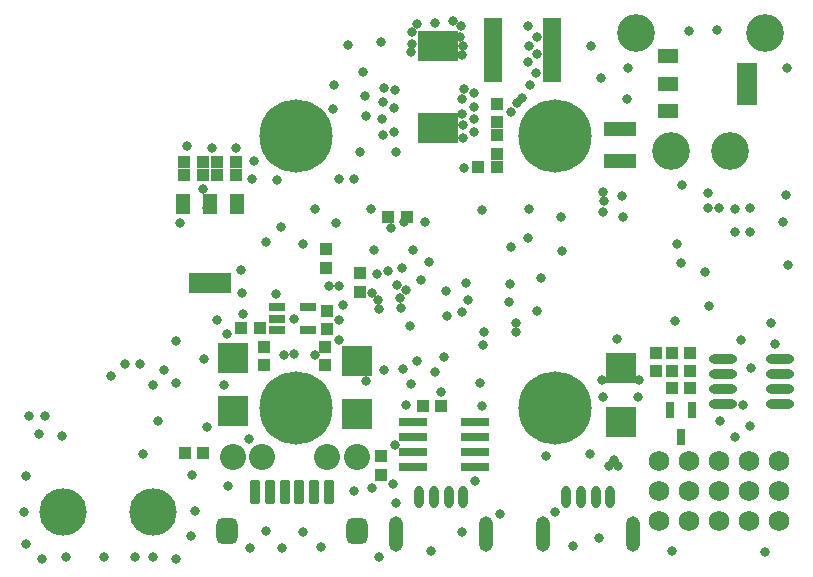
<source format=gbs>
G04*
G04 #@! TF.GenerationSoftware,Altium Limited,Altium Designer,18.0.12 (696)*
G04*
G04 Layer_Color=16711935*
%FSLAX25Y25*%
%MOIN*%
G70*
G01*
G75*
%ADD19R,0.04202X0.03898*%
%ADD21R,0.03898X0.04202*%
%ADD22R,0.06312X0.21272*%
%ADD29R,0.05131X0.06902*%
%ADD30R,0.05131X0.06902*%
%ADD31R,0.14383X0.06902*%
%ADD32R,0.09461X0.03162*%
G04:AMPARAMS|DCode=33|XSize=118.24mil|YSize=47.37mil|CornerRadius=23.68mil|HoleSize=0mil|Usage=FLASHONLY|Rotation=90.000|XOffset=0mil|YOffset=0mil|HoleType=Round|Shape=RoundedRectangle|*
%AMROUNDEDRECTD33*
21,1,0.11824,0.00000,0,0,90.0*
21,1,0.07087,0.04737,0,0,90.0*
1,1,0.04737,0.00000,0.03544*
1,1,0.04737,0.00000,-0.03544*
1,1,0.04737,0.00000,-0.03544*
1,1,0.04737,0.00000,0.03544*
%
%ADD33ROUNDEDRECTD33*%
G04:AMPARAMS|DCode=34|XSize=31.62mil|YSize=74.93mil|CornerRadius=15.81mil|HoleSize=0mil|Usage=FLASHONLY|Rotation=0.000|XOffset=0mil|YOffset=0mil|HoleType=Round|Shape=RoundedRectangle|*
%AMROUNDEDRECTD34*
21,1,0.03162,0.04331,0,0,0.0*
21,1,0.00000,0.07493,0,0,0.0*
1,1,0.03162,0.00000,-0.02166*
1,1,0.03162,0.00000,-0.02166*
1,1,0.03162,0.00000,0.02166*
1,1,0.03162,0.00000,0.02166*
%
%ADD34ROUNDEDRECTD34*%
%ADD39C,0.06800*%
%ADD41C,0.12600*%
%ADD42C,0.08674*%
%ADD43C,0.15800*%
%ADD44C,0.24400*%
%ADD45C,0.03162*%
%ADD111R,0.05524X0.02965*%
G04:AMPARAMS|DCode=112|XSize=35.56mil|YSize=78.87mil|CornerRadius=8.13mil|HoleSize=0mil|Usage=FLASHONLY|Rotation=180.000|XOffset=0mil|YOffset=0mil|HoleType=Round|Shape=RoundedRectangle|*
%AMROUNDEDRECTD112*
21,1,0.03556,0.06260,0,0,180.0*
21,1,0.01929,0.07887,0,0,180.0*
1,1,0.01627,-0.00965,0.03130*
1,1,0.01627,0.00965,0.03130*
1,1,0.01627,0.00965,-0.03130*
1,1,0.01627,-0.00965,-0.03130*
%
%ADD112ROUNDEDRECTD112*%
G04:AMPARAMS|DCode=113|XSize=70.99mil|YSize=86.74mil|CornerRadius=19.75mil|HoleSize=0mil|Usage=FLASHONLY|Rotation=0.000|XOffset=0mil|YOffset=0mil|HoleType=Round|Shape=RoundedRectangle|*
%AMROUNDEDRECTD113*
21,1,0.07099,0.04724,0,0,0.0*
21,1,0.03150,0.08674,0,0,0.0*
1,1,0.03950,0.01575,-0.02362*
1,1,0.03950,-0.01575,-0.02362*
1,1,0.03950,-0.01575,0.02362*
1,1,0.03950,0.01575,0.02362*
%
%ADD113ROUNDEDRECTD113*%
%ADD114O,0.09461X0.03162*%
%ADD115R,0.09855X0.09855*%
%ADD116R,0.13792X0.10249*%
%ADD117R,0.11036X0.05131*%
%ADD118R,0.06902X0.05131*%
%ADD119R,0.06902X0.05131*%
%ADD120R,0.06902X0.14383*%
%ADD121R,0.03162X0.05328*%
D19*
X934000Y223949D02*
D03*
Y230051D02*
D03*
X823800Y226049D02*
D03*
Y232151D02*
D03*
X803500Y225949D02*
D03*
Y232051D02*
D03*
X881000Y302551D02*
D03*
X881000Y296449D02*
D03*
X881000Y313051D02*
D03*
X881000Y306949D02*
D03*
X824500Y237949D02*
D03*
Y244051D02*
D03*
X835500Y250449D02*
D03*
Y256551D02*
D03*
X824000Y264551D02*
D03*
Y258449D02*
D03*
X842500Y195551D02*
D03*
Y189449D02*
D03*
D21*
X939449Y230000D02*
D03*
X945551D02*
D03*
Y224000D02*
D03*
X939449D02*
D03*
Y218500D02*
D03*
X945551D02*
D03*
X787949Y289213D02*
D03*
X794051D02*
D03*
X776949Y289213D02*
D03*
X783051Y289213D02*
D03*
X776949Y293713D02*
D03*
X783051D02*
D03*
X787949Y293713D02*
D03*
X794051D02*
D03*
X874949Y292000D02*
D03*
X881051Y292000D02*
D03*
X856449Y212500D02*
D03*
X862551Y212500D02*
D03*
X777149Y196700D02*
D03*
X783251Y196700D02*
D03*
X795949Y238500D02*
D03*
X802051D02*
D03*
X844949Y275500D02*
D03*
X851051D02*
D03*
D22*
X879657Y331000D02*
D03*
X899343D02*
D03*
D29*
X776445Y279787D02*
D03*
D30*
X794555Y279787D02*
D03*
X785500Y279787D02*
D03*
D31*
X785500Y253213D02*
D03*
D32*
X873736Y207000D02*
D03*
Y202000D02*
D03*
X873736Y192000D02*
D03*
X853264Y207000D02*
D03*
Y202000D02*
D03*
Y192000D02*
D03*
X873736Y197000D02*
D03*
X853264D02*
D03*
D33*
X926559Y169752D02*
D03*
X896441D02*
D03*
X877559D02*
D03*
X847441D02*
D03*
D34*
X918882Y181957D02*
D03*
X913961D02*
D03*
X909039D02*
D03*
X904118D02*
D03*
X869882D02*
D03*
X864961D02*
D03*
X860039D02*
D03*
X855118D02*
D03*
D39*
X935000Y174000D02*
D03*
Y184000D02*
D03*
Y194000D02*
D03*
X955000Y174000D02*
D03*
Y184000D02*
D03*
Y194000D02*
D03*
X965000Y174000D02*
D03*
Y184000D02*
D03*
Y194000D02*
D03*
X975000Y174000D02*
D03*
Y184000D02*
D03*
Y194000D02*
D03*
X945000Y174000D02*
D03*
Y184000D02*
D03*
Y194000D02*
D03*
D41*
X970600Y336800D02*
D03*
X927400D02*
D03*
X958800Y297500D02*
D03*
X939200D02*
D03*
D42*
X824500Y195500D02*
D03*
X834343Y195500D02*
D03*
X793000Y195500D02*
D03*
X802843D02*
D03*
D43*
X736500Y177000D02*
D03*
X766500D02*
D03*
D44*
X900593Y211652D02*
D03*
Y302203D02*
D03*
X813979D02*
D03*
Y211652D02*
D03*
D45*
X850100Y273600D02*
D03*
X840044Y264456D02*
D03*
X810200Y229500D02*
D03*
X852100Y238900D02*
D03*
X849600Y258400D02*
D03*
X850800Y250900D02*
D03*
X848800Y248500D02*
D03*
X849200Y244900D02*
D03*
X829700Y246000D02*
D03*
X869600Y243800D02*
D03*
X864300Y242400D02*
D03*
X889300Y314900D02*
D03*
X885700Y310500D02*
D03*
X847500Y297000D02*
D03*
X839300Y250000D02*
D03*
X796200D02*
D03*
X795700Y257700D02*
D03*
X798600Y201200D02*
D03*
X885700Y265400D02*
D03*
X871300Y247800D02*
D03*
X885400Y252900D02*
D03*
X885200Y247100D02*
D03*
X876400Y232600D02*
D03*
X850900Y212600D02*
D03*
X876000Y212400D02*
D03*
X875400Y219900D02*
D03*
X863600Y228700D02*
D03*
X841800Y162100D02*
D03*
X791300Y185700D02*
D03*
X820600Y278100D02*
D03*
X807700Y287600D02*
D03*
X800100Y293900D02*
D03*
X799300Y288000D02*
D03*
X786100Y298500D02*
D03*
X794200D02*
D03*
X777700Y299000D02*
D03*
X775500Y273400D02*
D03*
X887700Y313200D02*
D03*
X870200Y291800D02*
D03*
X831400Y332700D02*
D03*
X842400Y333600D02*
D03*
X924800Y325100D02*
D03*
X977800Y325000D02*
D03*
X954500Y337700D02*
D03*
X945100Y337400D02*
D03*
X912600Y332300D02*
D03*
X915700Y321700D02*
D03*
X924600Y314700D02*
D03*
X922900Y282400D02*
D03*
X942700Y286100D02*
D03*
X942400Y260100D02*
D03*
X950400Y256900D02*
D03*
X894600Y243900D02*
D03*
X902800Y264000D02*
D03*
X902500Y275300D02*
D03*
X891700Y278100D02*
D03*
X864000Y250700D02*
D03*
X870700Y253200D02*
D03*
X847900Y252600D02*
D03*
X853100Y264200D02*
D03*
X857200Y273600D02*
D03*
X839100Y278100D02*
D03*
X833600Y288000D02*
D03*
X828300Y287900D02*
D03*
X827400Y273400D02*
D03*
X816600Y266200D02*
D03*
X807400Y249700D02*
D03*
X787700Y241100D02*
D03*
X783300Y227900D02*
D03*
X790200Y219400D02*
D03*
X970600Y163700D02*
D03*
X939300Y164100D02*
D03*
X915000Y168500D02*
D03*
X906400Y165800D02*
D03*
X869500Y170200D02*
D03*
X859000Y164000D02*
D03*
X822500Y165300D02*
D03*
X816500Y170200D02*
D03*
X809500Y165100D02*
D03*
X804000Y170700D02*
D03*
X798900Y165000D02*
D03*
X977300Y282800D02*
D03*
X976300Y273800D02*
D03*
X972400Y240000D02*
D03*
X962400Y234500D02*
D03*
X973800Y233000D02*
D03*
X963200Y212800D02*
D03*
X965900Y224900D02*
D03*
X965500Y205700D02*
D03*
X960600Y202100D02*
D03*
X955600Y207400D02*
D03*
X873800Y187300D02*
D03*
X897600Y195600D02*
D03*
X912100Y196300D02*
D03*
X826300Y311200D02*
D03*
X837300Y309100D02*
D03*
X837000Y315700D02*
D03*
X826700Y319300D02*
D03*
X835300Y297000D02*
D03*
X836500Y323600D02*
D03*
X892000Y319300D02*
D03*
X894000Y323200D02*
D03*
X891600Y327000D02*
D03*
X894500Y329700D02*
D03*
X891700Y332200D02*
D03*
X894400Y335400D02*
D03*
X891500Y338900D02*
D03*
X870100Y317900D02*
D03*
X873300Y316600D02*
D03*
X869500Y314600D02*
D03*
X873400Y311900D02*
D03*
X869600Y309700D02*
D03*
X873400Y308000D02*
D03*
X869700Y305900D02*
D03*
X873400Y303800D02*
D03*
X869700Y301800D02*
D03*
X869600Y329500D02*
D03*
X869900Y332500D02*
D03*
X868900Y335400D02*
D03*
X869000Y338900D02*
D03*
X866300Y340600D02*
D03*
X860300Y340100D02*
D03*
X854400Y339700D02*
D03*
X852800Y337000D02*
D03*
X852700Y333100D02*
D03*
X852600Y330200D02*
D03*
X784400Y278200D02*
D03*
X789900Y253100D02*
D03*
X781200Y253400D02*
D03*
X839400Y185100D02*
D03*
X876000Y277700D02*
D03*
X820500Y229200D02*
D03*
X813300Y229700D02*
D03*
X849900Y224700D02*
D03*
X847200Y199500D02*
D03*
X844781Y257181D02*
D03*
X887400Y237000D02*
D03*
Y240100D02*
D03*
X785500Y253213D02*
D03*
X783000Y284800D02*
D03*
X841200Y256400D02*
D03*
X837500Y220600D02*
D03*
X858400Y260300D02*
D03*
X843400Y224500D02*
D03*
X854600Y227400D02*
D03*
X891600Y268500D02*
D03*
X895700Y255000D02*
D03*
X843100Y302600D02*
D03*
X846800Y303600D02*
D03*
X842800Y308100D02*
D03*
X846800Y311700D02*
D03*
X843200Y313800D02*
D03*
X847100Y317700D02*
D03*
X843400Y318300D02*
D03*
X960500Y270400D02*
D03*
X965600Y270500D02*
D03*
Y278400D02*
D03*
X960300Y278100D02*
D03*
X951400Y283200D02*
D03*
X955100Y278500D02*
D03*
X951600Y278200D02*
D03*
X951800Y245600D02*
D03*
X940500Y240600D02*
D03*
X923200Y275400D02*
D03*
X921100Y234600D02*
D03*
X941200Y266200D02*
D03*
X845700Y271700D02*
D03*
X852300Y219600D02*
D03*
X860400Y223800D02*
D03*
X855900Y254300D02*
D03*
X841600Y247800D02*
D03*
X841700Y244700D02*
D03*
X916500Y277100D02*
D03*
X916700Y280600D02*
D03*
X916500Y283800D02*
D03*
X876800Y237100D02*
D03*
X774000Y234000D02*
D03*
X774100Y220000D02*
D03*
X828500Y234500D02*
D03*
X978000Y259500D02*
D03*
X804000Y267000D02*
D03*
X809000Y272000D02*
D03*
X828500Y252500D02*
D03*
X825000D02*
D03*
X928500Y221000D02*
D03*
X928000Y215500D02*
D03*
X916500D02*
D03*
X916000Y221000D02*
D03*
X862500Y217000D02*
D03*
X900500Y177000D02*
D03*
X882000Y176500D02*
D03*
X847500Y180000D02*
D03*
X833300Y184000D02*
D03*
X846500Y186500D02*
D03*
X796500Y243000D02*
D03*
X791000Y236500D02*
D03*
X828500Y241000D02*
D03*
X813500Y241500D02*
D03*
X920000Y194500D02*
D03*
X921500Y192500D02*
D03*
X918500D02*
D03*
X725000Y209000D02*
D03*
X730500D02*
D03*
X736000Y202500D02*
D03*
X763000Y196500D02*
D03*
X768000Y207500D02*
D03*
X766500Y219500D02*
D03*
X770000Y224500D02*
D03*
X762000Y226500D02*
D03*
X757000D02*
D03*
X752500Y222500D02*
D03*
X728500Y203000D02*
D03*
X750000Y162000D02*
D03*
X766500D02*
D03*
X780500Y177500D02*
D03*
X723500Y177000D02*
D03*
X784500Y205500D02*
D03*
X779500Y189500D02*
D03*
X737500Y162000D02*
D03*
X760500D02*
D03*
X774000Y161500D02*
D03*
X779000Y169000D02*
D03*
X724000Y189000D02*
D03*
Y166500D02*
D03*
X729500Y161500D02*
D03*
D111*
X807882Y237760D02*
D03*
X807882Y241500D02*
D03*
Y245240D02*
D03*
X818118D02*
D03*
Y237760D02*
D03*
D112*
X810339Y183686D02*
D03*
X800497D02*
D03*
X825103D02*
D03*
X805418D02*
D03*
X815261D02*
D03*
X820182D02*
D03*
D113*
X791245Y170694D02*
D03*
X834355D02*
D03*
D114*
X975449Y228000D02*
D03*
X975449Y223000D02*
D03*
X975449Y218000D02*
D03*
X975449Y213000D02*
D03*
X956551Y228000D02*
D03*
Y223000D02*
D03*
X956551Y218000D02*
D03*
Y213000D02*
D03*
D115*
X793000Y210642D02*
D03*
X793000Y228358D02*
D03*
X922500Y224858D02*
D03*
X922500Y207142D02*
D03*
X834500Y227358D02*
D03*
Y209642D02*
D03*
D116*
X861600Y304919D02*
D03*
Y332281D02*
D03*
D117*
X922100Y293985D02*
D03*
Y304615D02*
D03*
D118*
X938013Y310745D02*
D03*
D119*
X938013Y319800D02*
D03*
X938013Y328855D02*
D03*
D120*
X964587Y319800D02*
D03*
D121*
X942500Y202071D02*
D03*
X946240Y210929D02*
D03*
X938760D02*
D03*
M02*

</source>
